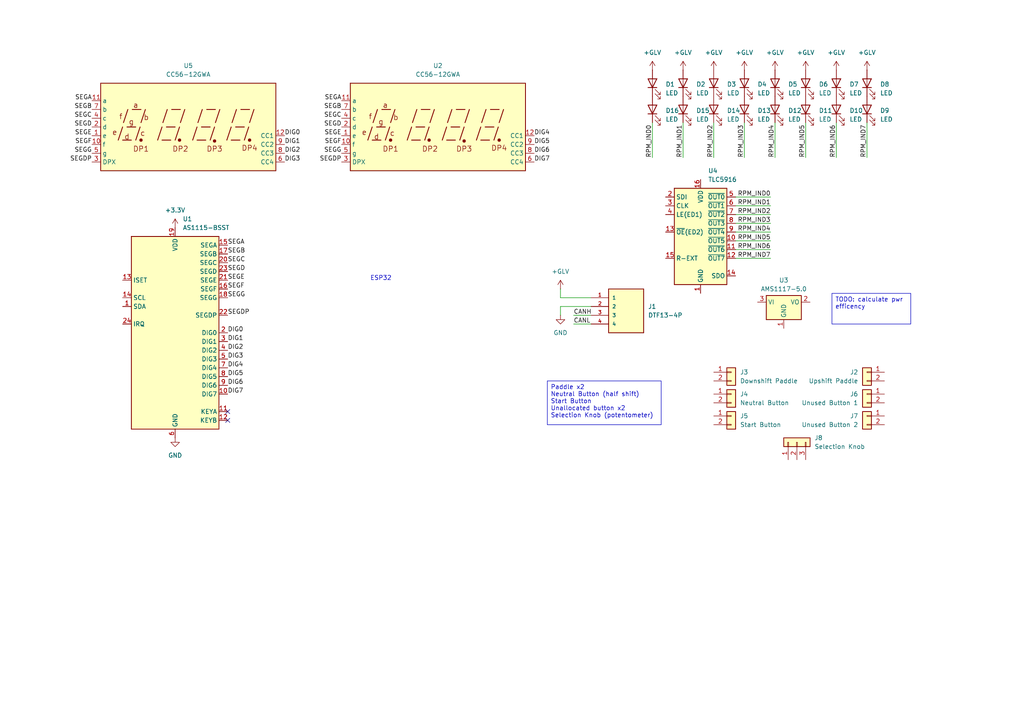
<source format=kicad_sch>
(kicad_sch (version 20231120) (generator "eeschema") (generator_version "8.0")
  (paper "A4")
  (lib_symbols
    (symbol "Connector_Generic:Conn_01x02" (pin_names (offset 1.016) hide)
      (property "Reference" "J" (at 0 2.54 0))
      (property "Value" "Conn_01x02" (at 0 -5.08 0))
      (symbol "Conn_01x02_1_1"
        (rectangle (start -1.27 -2.413) (end 0 -2.667) (stroke (width 0.1524)))
        (rectangle (start -1.27 0.127) (end 0 -0.127) (stroke (width 0.1524)))
        (rectangle (start -1.27 1.27) (end 1.27 -3.81) (stroke (width 0.254)) (fill (type background)))
        (pin passive line (at -5.08 0 0) (length 3.81) (name "Pin_1") (number "1"))
        (pin passive line (at -5.08 -2.54 0) (length 3.81) (name "Pin_2") (number "2"))
      )
    )
    (symbol "Connector_Generic:Conn_01x03" (pin_names (offset 1.016) hide)
      (property "Reference" "J" (at 0 5.08 0))
      (property "Value" "Conn_01x03" (at 0 -5.08 0))
      (symbol "Conn_01x03_1_1"
        (rectangle (start -1.27 -2.413) (end 0 -2.667) (stroke (width 0.1524)))
        (rectangle (start -1.27 0.127) (end 0 -0.127) (stroke (width 0.1524)))
        (rectangle (start -1.27 2.667) (end 0 2.413) (stroke (width 0.1524)))
        (rectangle (start -1.27 3.81) (end 1.27 -3.81) (stroke (width 0.254)) (fill (type background)))
        (pin passive line (at -5.08 2.54 0) (length 3.81) (name "Pin_1") (number "1"))
        (pin passive line (at -5.08 0 0) (length 3.81) (name "Pin_2") (number "2"))
        (pin passive line (at -5.08 -2.54 0) (length 3.81) (name "Pin_3") (number "3"))
      )
    )
    (symbol "DTF13-4P:DTF13-4P" (pin_names (offset 1.016))
      (property "Reference" "J" (at -5.08 7.62 0))
      (property "Value" "DTF13-4P" (at -5.08 -12.7 0))
      (symbol "DTF13-4P_0_0"
        (rectangle (start -5.08 -7.62) (end 5.08 5.08) (stroke (width 0.254)) (fill (type background)))
        (pin passive line (at -10.16 2.54 0) (length 5.08) (name "1") (number "1"))
        (pin passive line (at -10.16 0 0) (length 5.08) (name "2") (number "2"))
        (pin passive line (at -10.16 -2.54 0) (length 5.08) (name "3") (number "3"))
        (pin passive line (at -10.16 -5.08 0) (length 5.08) (name "4") (number "4"))
      )
    )
    (symbol "Device:LED" (pin_numbers hide) (pin_names (offset 1.016) hide)
      (property "Reference" "D" (at 0 2.54 0))
      (property "Value" "LED" (at 0 -2.54 0))
      (symbol "LED_0_1"
        (polyline (pts (xy -1.27 -1.27) (xy -1.27 1.27)) (stroke (width 0.254)))
        (polyline (pts (xy -1.27 0) (xy 1.27 0)))
        (polyline (pts (xy 1.27 -1.27) (xy 1.27 1.27) (xy -1.27 0) (xy 1.27 -1.27)) (stroke (width 0.254)))
        (polyline (pts (xy -3.048 -0.762) (xy -4.572 -2.286) (xy -3.81 -2.286) (xy -4.572 -2.286) (xy -4.572 -1.524)))
        (polyline (pts (xy -1.778 -0.762) (xy -3.302 -2.286) (xy -2.54 -2.286) (xy -3.302 -2.286) (xy -3.302 -1.524)))
      )
      (symbol "LED_1_1"
        (pin passive line (at -3.81 0 0) (length 2.54) (name "K") (number "1"))
        (pin passive line (at 3.81 0 180) (length 2.54) (name "A") (number "2"))
      )
    )
    (symbol "Display_Character:CC56-12GWA"
      (property "Reference" "U" (at -24.13 13.97 0))
      (property "Value" "CC56-12GWA" (at 19.05 13.97 0))
      (symbol "CC56-12GWA_0_0"
        (rectangle (start -25.4 12.7) (end 25.4 -12.7) (stroke (width 0.254)) (fill (type background)))
        (polyline (pts (xy -20.32 -3.81) (xy -19.05 0)) (stroke (width 0.254)))
        (polyline (pts (xy -19.05 -3.81) (xy -16.51 -3.81)) (stroke (width 0.254)))
        (polyline (pts (xy -18.796 1.27) (xy -17.526 5.08)) (stroke (width 0.254)))
        (polyline (pts (xy -17.78 0) (xy -15.24 0)) (stroke (width 0.254)))
        (polyline (pts (xy -16.256 5.08) (xy -13.716 5.08)) (stroke (width 0.254)))
        (polyline (pts (xy -15.24 -3.81) (xy -13.97 0)) (stroke (width 0.254)))
        (polyline (pts (xy -13.716 1.27) (xy -12.446 5.08)) (stroke (width 0.254)))
        (polyline (pts (xy -8.89 -3.81) (xy -7.62 0)) (stroke (width 0.254)))
        (polyline (pts (xy -7.62 -3.81) (xy -5.08 -3.81)) (stroke (width 0.254)))
        (polyline (pts (xy -7.366 1.27) (xy -6.096 5.08)) (stroke (width 0.254)))
        (polyline (pts (xy -6.35 0) (xy -3.81 0)) (stroke (width 0.254)))
        (polyline (pts (xy -4.826 5.08) (xy -2.286 5.08)) (stroke (width 0.254)))
        (polyline (pts (xy -3.81 -3.81) (xy -2.54 0)) (stroke (width 0.254)))
        (polyline (pts (xy -2.286 1.27) (xy -1.016 5.08)) (stroke (width 0.254)))
        (polyline (pts (xy 1.27 -3.81) (xy 2.54 0)) (stroke (width 0.254)))
        (polyline (pts (xy 2.54 -3.81) (xy 5.08 -3.81)) (stroke (width 0.254)))
        (polyline (pts (xy 2.794 1.27) (xy 4.064 5.08)) (stroke (width 0.254)))
        (polyline (pts (xy 3.81 0) (xy 6.35 0)) (stroke (width 0.254)))
        (polyline (pts (xy 5.334 5.08) (xy 7.874 5.08)) (stroke (width 0.254)))
        (polyline (pts (xy 6.35 -3.81) (xy 7.62 0)) (stroke (width 0.254)))
        (polyline (pts (xy 7.874 1.27) (xy 9.144 5.08)) (stroke (width 0.254)))
        (polyline (pts (xy 11.176 -3.81) (xy 12.446 0)) (stroke (width 0.254)))
        (polyline (pts (xy 12.446 -3.81) (xy 14.986 -3.81)) (stroke (width 0.254)))
        (polyline (pts (xy 12.7 1.27) (xy 13.97 5.08)) (stroke (width 0.254)))
        (polyline (pts (xy 13.716 0) (xy 16.256 0)) (stroke (width 0.254)))
        (polyline (pts (xy 15.24 5.08) (xy 17.78 5.08)) (stroke (width 0.254)))
        (polyline (pts (xy 16.256 -3.81) (xy 17.526 0)) (stroke (width 0.254)))
        (polyline (pts (xy 17.78 1.27) (xy 19.05 5.08)) (stroke (width 0.254)))
        (text "a" (at -15.24 6.35 0) (effects (font (size 1.524 1.524))))
        (text "b" (at -12.192 2.794 0) (effects (font (size 1.524 1.524))))
        (text "c" (at -13.208 -1.778 0) (effects (font (size 1.524 1.524))))
        (text "d" (at -17.78 -2.794 0) (effects (font (size 1.524 1.524))))
        (text "DP1" (at -13.716 -6.35 0) (effects (font (size 1.524 1.524))))
        (text "DP2" (at -2.286 -6.35 0) (effects (font (size 1.524 1.524))))
        (text "DP3" (at 7.62 -6.35 0) (effects (font (size 1.524 1.524))))
        (text "DP4" (at 17.78 -6.096 0) (effects (font (size 1.524 1.524))))
        (text "e" (at -21.336 -1.524 0) (effects (font (size 1.524 1.524))))
        (text "f" (at -19.558 3.048 0) (effects (font (size 1.524 1.524))))
        (text "g" (at -16.51 1.524 0) (effects (font (size 1.524 1.524))))
      )
      (symbol "CC56-12GWA_0_1"
        (circle (center -13.716 -3.81) (radius 0.3556) (stroke (width 0.254)) (fill (type outline)))
        (circle (center -2.54 -3.81) (radius 0.3556) (stroke (width 0.254)) (fill (type outline)))
      )
      (symbol "CC56-12GWA_1_0"
        (circle (center 7.62 -4.064) (radius 0.3556) (stroke (width 0.254)) (fill (type outline)))
        (circle (center 17.78 -3.81) (radius 0.3556) (stroke (width 0.254)) (fill (type outline)))
      )
      (symbol "CC56-12GWA_1_1"
        (pin input line (at -27.94 -2.54 0) (length 2.54) (name "e") (number "1"))
        (pin input line (at -27.94 -5.08 0) (length 2.54) (name "f") (number "10"))
        (pin input line (at -27.94 7.62 0) (length 2.54) (name "a") (number "11"))
        (pin input line (at 27.94 -2.54 180) (length 2.54) (name "CC1") (number "12"))
        (pin input line (at -27.94 0 0) (length 2.54) (name "d") (number "2"))
        (pin input line (at -27.94 -10.16 0) (length 2.54) (name "DPX") (number "3"))
        (pin input line (at -27.94 2.54 0) (length 2.54) (name "c") (number "4"))
        (pin input line (at -27.94 -7.62 0) (length 2.54) (name "g") (number "5"))
        (pin input line (at 27.94 -10.16 180) (length 2.54) (name "CC4") (number "6"))
        (pin input line (at -27.94 5.08 0) (length 2.54) (name "b") (number "7"))
        (pin input line (at 27.94 -7.62 180) (length 2.54) (name "CC3") (number "8"))
        (pin input line (at 27.94 -5.08 180) (length 2.54) (name "CC2") (number "9"))
      )
    )
    (symbol "Driver_LED:TLC5916"
      (property "Reference" "U" (at -7.62 13.97 0))
      (property "Value" "TLC5916" (at -7.62 -16.51 0))
      (symbol "TLC5916_1_0"
        (pin power_in line (at 0 -17.78 90) (length 2.54) (name "GND") (number "1"))
        (pin open_collector line (at 10.16 -2.54 180) (length 2.54) (name "~{OUT5}") (number "10"))
        (pin open_collector line (at 10.16 -5.08 180) (length 2.54) (name "~{OUT6}") (number "11"))
        (pin open_collector line (at 10.16 -7.62 180) (length 2.54) (name "~{OUT7}") (number "12"))
        (pin passive line (at -10.16 0 0) (length 2.54) (name "~{OE}(ED2)") (number "13"))
        (pin output line (at 10.16 -12.7 180) (length 2.54) (name "SDO") (number "14"))
        (pin input line (at -10.16 -7.62 0) (length 2.54) (name "R-EXT") (number "15"))
        (pin power_in line (at 0 15.24 270) (length 2.54) (name "VDD") (number "16"))
        (pin input line (at -10.16 10.16 0) (length 2.54) (name "SDI") (number "2"))
        (pin input line (at -10.16 7.62 0) (length 2.54) (name "CLK") (number "3"))
        (pin passive line (at -10.16 5.08 0) (length 2.54) (name "LE(ED1)") (number "4"))
        (pin open_collector line (at 10.16 10.16 180) (length 2.54) (name "~{OUT0}") (number "5"))
        (pin open_collector line (at 10.16 7.62 180) (length 2.54) (name "~{OUT1}") (number "6"))
        (pin open_collector line (at 10.16 5.08 180) (length 2.54) (name "~{OUT2}") (number "7"))
        (pin open_collector line (at 10.16 2.54 180) (length 2.54) (name "~{OUT3}") (number "8"))
        (pin open_collector line (at 10.16 0 180) (length 2.54) (name "~{OUT4}") (number "9"))
      )
      (symbol "TLC5916_1_1"
        (rectangle (start -7.62 12.7) (end 7.62 -15.24) (stroke (width 0.254)) (fill (type background)))
      )
    )
    (symbol "Interface_Expansion:AS1115-BSST"
      (property "Reference" "U" (at -10.16 29.21 0))
      (property "Value" "AS1115-BSST" (at 2.54 29.21 0))
      (symbol "AS1115-BSST_0_1"
        (rectangle (start -12.7 27.94) (end 12.7 -27.94) (stroke (width 0.254)) (fill (type background)))
      )
      (symbol "AS1115-BSST_1_1"
        (pin bidirectional line (at -15.24 7.62 0) (length 2.54) (name "SDA") (number "1"))
        (pin open_collector line (at 15.24 -17.78 180) (length 2.54) (name "DIG7") (number "10"))
        (pin open_collector line (at 15.24 -22.86 180) (length 2.54) (name "KEYA") (number "11"))
        (pin open_collector line (at 15.24 -25.4 180) (length 2.54) (name "KEYB") (number "12"))
        (pin passive line (at -15.24 15.24 0) (length 2.54) (name "ISET") (number "13"))
        (pin input line (at -15.24 10.16 0) (length 2.54) (name "SCL") (number "14"))
        (pin output line (at 15.24 25.4 180) (length 2.54) (name "SEGA") (number "15"))
        (pin output line (at 15.24 12.7 180) (length 2.54) (name "SEGF") (number "16"))
        (pin output line (at 15.24 22.86 180) (length 2.54) (name "SEGB") (number "17"))
        (pin output line (at 15.24 10.16 180) (length 2.54) (name "SEGG") (number "18"))
        (pin power_in line (at 0 30.48 270) (length 2.54) (name "VDD") (number "19"))
        (pin open_collector line (at 15.24 0 180) (length 2.54) (name "DIG0") (number "2"))
        (pin output line (at 15.24 20.32 180) (length 2.54) (name "SEGC") (number "20"))
        (pin output line (at 15.24 15.24 180) (length 2.54) (name "SEGE") (number "21"))
        (pin output line (at 15.24 5.08 180) (length 2.54) (name "SEGDP") (number "22"))
        (pin output line (at 15.24 17.78 180) (length 2.54) (name "SEGD") (number "23"))
        (pin open_collector line (at -15.24 2.54 0) (length 2.54) (name "IRQ") (number "24"))
        (pin open_collector line (at 15.24 -2.54 180) (length 2.54) (name "DIG1") (number "3"))
        (pin open_collector line (at 15.24 -5.08 180) (length 2.54) (name "DIG2") (number "4"))
        (pin open_collector line (at 15.24 -7.62 180) (length 2.54) (name "DIG3") (number "5"))
        (pin power_in line (at 0 -30.48 90) (length 2.54) (name "GND") (number "6"))
        (pin open_collector line (at 15.24 -10.16 180) (length 2.54) (name "DIG4") (number "7"))
        (pin open_collector line (at 15.24 -12.7 180) (length 2.54) (name "DIG5") (number "8"))
        (pin open_collector line (at 15.24 -15.24 180) (length 2.54) (name "DIG6") (number "9"))
      )
    )
    (symbol "Regulator_Linear:AMS1117-5.0"
      (property "Reference" "U" (at -3.81 3.175 0))
      (property "Value" "AMS1117-5.0" (at 0 3.175 0))
      (symbol "AMS1117-5.0_0_1"
        (rectangle (start -5.08 -5.08) (end 5.08 1.905) (stroke (width 0.254)) (fill (type background)))
      )
      (symbol "AMS1117-5.0_1_1"
        (pin power_in line (at 0 -7.62 90) (length 2.54) (name "GND") (number "1"))
        (pin power_out line (at 7.62 0 180) (length 2.54) (name "VO") (number "2"))
        (pin power_in line (at -7.62 0 0) (length 2.54) (name "VI") (number "3"))
      )
    )
    (symbol "power:+3.3V" (power) (pin_numbers hide) (pin_names (offset 0) hide)
      (property "Value" "+3.3V" (at 0 3.556 0))
      (symbol "+3.3V_0_1"
        (polyline (pts (xy -0.762 1.27) (xy 0 2.54)))
        (polyline (pts (xy 0 0) (xy 0 2.54)))
        (polyline (pts (xy 0 2.54) (xy 0.762 1.27)))
      )
      (symbol "+3.3V_1_1"
        (pin power_in line (at 0 0 90) (length 0) (name "~") (number "1"))
      )
    )
    (symbol "power:GND" (power) (pin_numbers hide) (pin_names (offset 0) hide)
      (property "Value" "GND" (at 0 -3.81 0))
      (symbol "GND_0_1"
        (polyline (pts (xy 0 0) (xy 0 -1.27) (xy 1.27 -1.27) (xy 0 -2.54) (xy -1.27 -1.27) (xy 0 -1.27)))
      )
      (symbol "GND_1_1"
        (pin power_in line (at 0 0 270) (length 0) (name "~") (number "1"))
      )
    )
  )
  (no_connect (at 66.04 121.92))
  (no_connect (at 66.04 119.38))
  (wire (pts (xy 162.56 88.9) (xy 171.45 88.9)))
  (wire (pts (xy 224.79 45.72) (xy 224.79 35.56)))
  (wire (pts (xy 223.52 74.93) (xy 213.36 74.93)))
  (wire (pts (xy 207.01 45.72) (xy 207.01 35.56)))
  (wire (pts (xy 223.52 59.69) (xy 213.36 59.69)))
  (wire (pts (xy 242.57 45.72) (xy 242.57 35.56)))
  (wire (pts (xy 189.23 45.72) (xy 189.23 35.56)))
  (wire (pts (xy 198.12 45.72) (xy 198.12 35.56)))
  (wire (pts (xy 223.52 67.31) (xy 213.36 67.31)))
  (wire (pts (xy 223.52 64.77) (xy 213.36 64.77)))
  (wire (pts (xy 166.37 91.44) (xy 171.45 91.44)))
  (wire (pts (xy 223.52 62.23) (xy 213.36 62.23)))
  (wire (pts (xy 162.56 91.44) (xy 162.56 88.9)))
  (wire (pts (xy 223.52 69.85) (xy 213.36 69.85)))
  (wire (pts (xy 162.56 86.36) (xy 171.45 86.36)))
  (wire (pts (xy 162.56 83.82) (xy 162.56 86.36)))
  (wire (pts (xy 223.52 72.39) (xy 213.36 72.39)))
  (wire (pts (xy 215.9 45.72) (xy 215.9 35.56)))
  (wire (pts (xy 166.37 93.98) (xy 171.45 93.98)))
  (wire (pts (xy 223.52 57.15) (xy 213.36 57.15)))
  (wire (pts (xy 233.68 45.72) (xy 233.68 35.56)))
  (wire (pts (xy 251.46 45.72) (xy 251.46 35.56)))
  (text_box "Paddle x2\nNeutral Button (half shift)\nStart Button\nUnallocated button x2\nSelection Knob (potentometer)" (at 158.75 110.49 0) (size 33.02 12.7) (effects (font (size 1.27 1.27)) (justify left top)))
  (text_box "TODO: calculate pwr efficency\n" (at 241.3 85.09 0) (size 22.86 8.89) (effects (font (size 1.27 1.27)) (justify left top)))
  (text "ESP32" (at 110.49 80.772 0) (effects (font (size 1.27 1.27))))
  (label "RPM_IND1" (at 198.12 45.72 90))
  (label "DIG6" (at 154.94 44.45 0))
  (label "CANH" (at 166.37 91.44 0))
  (label "RPM_IND6" (at 223.52 72.39 180))
  (label "SEGG" (at 99.06 44.45 180))
  (label "SEGC" (at 26.67 34.29 180))
  (label "SEGD" (at 99.06 36.83 180))
  (label "RPM_IND3" (at 215.9 45.72 90))
  (label "RPM_IND4" (at 224.79 45.72 90))
  (label "DIG1" (at 66.04 99.06 0))
  (label "RPM_IND5" (at 223.52 69.85 180))
  (label "RPM_IND2" (at 207.01 45.72 90))
  (label "SEGG" (at 66.04 86.36 0))
  (label "SEGG" (at 26.67 44.45 180))
  (label "SEGC" (at 99.06 34.29 180))
  (label "SEGDP" (at 26.67 46.99 180))
  (label "CANL" (at 166.37 93.98 0))
  (label "SEGD" (at 66.04 78.74 0))
  (label "SEGB" (at 66.04 73.66 0))
  (label "RPM_IND1" (at 223.52 59.69 180))
  (label "SEGB" (at 26.67 31.75 180))
  (label "DIG7" (at 66.04 114.3 0))
  (label "RPM_IND5" (at 233.68 45.72 90))
  (label "RPM_IND7" (at 223.52 74.93 180))
  (label "SEGDP" (at 99.06 46.99 180))
  (label "RPM_IND0" (at 189.23 45.72 90))
  (label "DIG0" (at 66.04 96.52 0))
  (label "DIG2" (at 66.04 101.6 0))
  (label "DIG0" (at 82.55 39.37 0))
  (label "SEGE" (at 26.67 39.37 180))
  (label "DIG6" (at 66.04 111.76 0))
  (label "DIG5" (at 154.94 41.91 0))
  (label "RPM_IND3" (at 223.52 64.77 180))
  (label "DIG2" (at 82.55 44.45 0))
  (label "DIG3" (at 66.04 104.14 0))
  (label "DIG3" (at 82.55 46.99 0))
  (label "SEGF" (at 99.06 41.91 180))
  (label "SEGF" (at 66.04 83.82 0))
  (label "SEGB" (at 99.06 31.75 180))
  (label "SEGA" (at 26.67 29.21 180))
  (label "SEGC" (at 66.04 76.2 0))
  (label "RPM_IND7" (at 251.46 45.72 90))
  (label "RPM_IND0" (at 223.52 57.15 180))
  (label "RPM_IND6" (at 242.57 45.72 90))
  (label "RPM_IND4" (at 223.52 67.31 180))
  (label "SEGDP" (at 66.04 91.44 0))
  (label "SEGF" (at 26.67 41.91 180))
  (label "SEGA" (at 99.06 29.21 180))
  (label "RPM_IND2" (at 223.52 62.23 180))
  (label "DIG1" (at 82.55 41.91 0))
  (label "SEGA" (at 66.04 71.12 0))
  (label "SEGE" (at 66.04 81.28 0))
  (label "SEGD" (at 26.67 36.83 180))
  (label "SEGE" (at 99.06 39.37 180))
  (label "DIG7" (at 154.94 46.99 0))
  (label "DIG4" (at 154.94 39.37 0))
  (label "DIG5" (at 66.04 109.22 0))
  (label "DIG4" (at 66.04 106.68 0))
  (symbol (lib_id "Device:LED") (at 233.68 24.13 90) (unit 1)
    (property "Reference" "D6" (at 237.49 24.4474 90) (effects (justify right)))
    (property "Value" "LED" (at 237.49 26.9874 90) (effects (justify right)))
    (property "Footprint" "LED_SMD:LED_1206_3216Metric" (effects (hide yes)))
    (property "Description" "Light emitting diode" (effects (hide yes)))
  )
  (symbol (lib_id "Connector_Generic:Conn_01x02") (at 251.46 120.65 0) (mirror y) (unit 1)
    (property "Reference" "J7" (at 248.92 120.6499 0) (effects (justify left)))
    (property "Value" "Unused Button 2" (at 248.92 123.1899 0) (effects (justify left)))
    (property "Footprint" "Connector_PinHeader_1.00mm:PinHeader_1x02_P1.00mm_Vertical" (effects (hide yes)))
    (property "Description" "Generic connector, single row, 01x02, script generated (kicad-library-utils/schlib/autogen/connector/)" (effects (hide yes)))
  )
  (symbol (lib_id "power:+3.3V") (at 215.9 20.32 0) (unit 1)
    (property "Reference" "#PWR08" (effects (hide yes)))
    (property "Value" "+GLV" (at 215.9 15.24 0))
    (property "Description" "Power symbol creates a global label with name \"+3.3V\"" (effects (hide yes)))
  )
  (symbol (lib_id "Device:LED") (at 215.9 31.75 90) (unit 1)
    (property "Reference" "D13" (at 219.71 32.0674 90) (effects (justify right)))
    (property "Value" "LED" (at 219.71 34.6074 90) (effects (justify right)))
    (property "Footprint" "LED_SMD:LED_1206_3216Metric" (effects (hide yes)))
    (property "Description" "Light emitting diode" (effects (hide yes)))
  )
  (symbol (lib_id "Device:LED") (at 233.68 31.75 90) (unit 1)
    (property "Reference" "D11" (at 237.49 32.0674 90) (effects (justify right)))
    (property "Value" "LED" (at 237.49 34.6074 90) (effects (justify right)))
    (property "Footprint" "LED_SMD:LED_1206_3216Metric" (effects (hide yes)))
    (property "Description" "Light emitting diode" (effects (hide yes)))
  )
  (symbol (lib_id "Device:LED") (at 198.12 24.13 90) (unit 1)
    (property "Reference" "D2" (at 201.93 24.4474 90) (effects (justify right)))
    (property "Value" "LED" (at 201.93 26.9874 90) (effects (justify right)))
    (property "Footprint" "LED_SMD:LED_1206_3216Metric" (effects (hide yes)))
    (property "Description" "Light emitting diode" (effects (hide yes)))
  )
  (symbol (lib_id "power:GND") (at 50.8 127 0) (unit 1)
    (property "Reference" "#PWR01" (effects (hide yes)))
    (property "Value" "GND" (at 50.8 132.08 0))
    (property "Description" "Power symbol creates a global label with name \"GND\" , ground" (effects (hide yes)))
  )
  (symbol (lib_id "Regulator_Linear:AMS1117-5.0") (at 227.33 87.63 0) (unit 1)
    (property "Reference" "U3" (at 227.33 81.28 0))
    (property "Value" "AMS1117-5.0" (at 227.33 83.82 0))
    (property "Footprint" "Package_TO_SOT_SMD:TO-252-2" (effects (hide yes)))
    (property "Datasheet" "http://www.advanced-monolithic.com/pdf/ds1117.pdf" (effects (hide yes)))
    (property "Description" "1A Low Dropout regulator, positive, 5.0V fixed output, SOT-223" (effects (hide yes)))
  )
  (symbol (lib_id "Connector_Generic:Conn_01x02") (at 212.09 114.3 0) (unit 1)
    (property "Reference" "J4" (at 214.63 114.2999 0) (effects (justify left)))
    (property "Value" "Neutral Button" (at 214.63 116.8399 0) (effects (justify left)))
    (property "Footprint" "Connector_PinHeader_1.00mm:PinHeader_1x02_P1.00mm_Vertical" (effects (hide yes)))
    (property "Description" "Generic connector, single row, 01x02, script generated (kicad-library-utils/schlib/autogen/connector/)" (effects (hide yes)))
  )
  (symbol (lib_id "power:+3.3V") (at 189.23 20.32 0) (unit 1)
    (property "Reference" "#PWR05" (effects (hide yes)))
    (property "Value" "+GLV" (at 189.23 15.24 0))
    (property "Description" "Power symbol creates a global label with name \"+3.3V\"" (effects (hide yes)))
  )
  (symbol (lib_id "Connector_Generic:Conn_01x03") (at 231.14 128.27 90) (unit 1)
    (property "Reference" "J8" (at 236.22 126.9999 90) (effects (justify right)))
    (property "Value" "Selection Knob" (at 236.22 129.5399 90) (effects (justify right)))
    (property "Footprint" "Connector_PinHeader_1.00mm:PinHeader_1x03_P1.00mm_Vertical" (effects (hide yes)))
    (property "Description" "Generic connector, single row, 01x03, script generated (kicad-library-utils/schlib/autogen/connector/)" (effects (hide yes)))
  )
  (symbol (lib_id "power:+3.3V") (at 207.01 20.32 0) (unit 1)
    (property "Reference" "#PWR07" (effects (hide yes)))
    (property "Value" "+GLV" (at 207.01 15.24 0))
    (property "Description" "Power symbol creates a global label with name \"+3.3V\"" (effects (hide yes)))
  )
  (symbol (lib_id "Device:LED") (at 251.46 31.75 90) (unit 1)
    (property "Reference" "D9" (at 255.27 32.0674 90) (effects (justify right)))
    (property "Value" "LED" (at 255.27 34.6074 90) (effects (justify right)))
    (property "Footprint" "LED_SMD:LED_1206_3216Metric" (effects (hide yes)))
    (property "Description" "Light emitting diode" (effects (hide yes)))
  )
  (symbol (lib_id "Device:LED") (at 242.57 31.75 90) (unit 1)
    (property "Reference" "D10" (at 246.38 32.0674 90) (effects (justify right)))
    (property "Value" "LED" (at 246.38 34.6074 90) (effects (justify right)))
    (property "Footprint" "LED_SMD:LED_1206_3216Metric" (effects (hide yes)))
    (property "Description" "Light emitting diode" (effects (hide yes)))
  )
  (symbol (lib_id "Device:LED") (at 215.9 24.13 90) (unit 1)
    (property "Reference" "D4" (at 219.71 24.4474 90) (effects (justify right)))
    (property "Value" "LED" (at 219.71 26.9874 90) (effects (justify right)))
    (property "Footprint" "LED_SMD:LED_1206_3216Metric" (effects (hide yes)))
    (property "Description" "Light emitting diode" (effects (hide yes)))
  )
  (symbol (lib_id "Device:LED") (at 189.23 24.13 90) (unit 1)
    (property "Reference" "D1" (at 193.04 24.4474 90) (effects (justify right)))
    (property "Value" "LED" (at 193.04 26.9874 90) (effects (justify right)))
    (property "Footprint" "LED_SMD:LED_1206_3216Metric" (effects (hide yes)))
    (property "Description" "Light emitting diode" (effects (hide yes)))
  )
  (symbol (lib_id "Device:LED") (at 224.79 24.13 90) (unit 1)
    (property "Reference" "D5" (at 228.6 24.4474 90) (effects (justify right)))
    (property "Value" "LED" (at 228.6 26.9874 90) (effects (justify right)))
    (property "Footprint" "LED_SMD:LED_1206_3216Metric" (effects (hide yes)))
    (property "Description" "Light emitting diode" (effects (hide yes)))
  )
  (symbol (lib_id "Device:LED") (at 207.01 24.13 90) (unit 1)
    (property "Reference" "D3" (at 210.82 24.4474 90) (effects (justify right)))
    (property "Value" "LED" (at 210.82 26.9874 90) (effects (justify right)))
    (property "Footprint" "LED_SMD:LED_1206_3216Metric" (effects (hide yes)))
    (property "Description" "Light emitting diode" (effects (hide yes)))
  )
  (symbol (lib_id "power:+3.3V") (at 224.79 20.32 0) (unit 1)
    (property "Reference" "#PWR09" (effects (hide yes)))
    (property "Value" "+GLV" (at 224.79 15.24 0))
    (property "Description" "Power symbol creates a global label with name \"+3.3V\"" (effects (hide yes)))
  )
  (symbol (lib_id "power:+3.3V") (at 242.57 20.32 0) (unit 1)
    (property "Reference" "#PWR011" (effects (hide yes)))
    (property "Value" "+GLV" (at 242.57 15.24 0))
    (property "Description" "Power symbol creates a global label with name \"+3.3V\"" (effects (hide yes)))
  )
  (symbol (lib_id "power:GND") (at 162.56 91.44 0) (unit 1)
    (property "Reference" "#PWR04" (effects (hide yes)))
    (property "Value" "GND" (at 162.56 96.52 0))
    (property "Description" "Power symbol creates a global label with name \"GND\" , ground" (effects (hide yes)))
  )
  (symbol (lib_id "Device:LED") (at 224.79 31.75 90) (unit 1)
    (property "Reference" "D12" (at 228.6 32.0674 90) (effects (justify right)))
    (property "Value" "LED" (at 228.6 34.6074 90) (effects (justify right)))
    (property "Footprint" "LED_SMD:LED_1206_3216Metric" (effects (hide yes)))
    (property "Description" "Light emitting diode" (effects (hide yes)))
  )
  (symbol (lib_id "power:+3.3V") (at 198.12 20.32 0) (unit 1)
    (property "Reference" "#PWR06" (effects (hide yes)))
    (property "Value" "+GLV" (at 198.12 15.24 0))
    (property "Description" "Power symbol creates a global label with name \"+3.3V\"" (effects (hide yes)))
  )
  (symbol (lib_id "power:+3.3V") (at 50.8 66.04 0) (unit 1)
    (property "Reference" "#PWR02" (effects (hide yes)))
    (property "Value" "+3.3V" (at 50.8 60.96 0))
    (property "Description" "Power symbol creates a global label with name \"+3.3V\"" (effects (hide yes)))
  )
  (symbol (lib_id "Connector_Generic:Conn_01x02") (at 251.46 107.95 0) (mirror y) (unit 1)
    (property "Reference" "J2" (at 248.92 107.9499 0) (effects (justify left)))
    (property "Value" "Upshift Paddle" (at 248.92 110.4899 0) (effects (justify left)))
    (property "Footprint" "Connector_PinHeader_1.00mm:PinHeader_1x02_P1.00mm_Vertical" (effects (hide yes)))
    (property "Description" "Generic connector, single row, 01x02, script generated (kicad-library-utils/schlib/autogen/connector/)" (effects (hide yes)))
  )
  (symbol (lib_id "Interface_Expansion:AS1115-BSST") (at 50.8 96.52 0) (unit 1)
    (property "Reference" "U1" (at 52.9941 63.5 0) (effects (justify left)))
    (property "Value" "AS1115-BSST" (at 52.9941 66.04 0) (effects (justify left)))
    (property "Footprint" "Package_SO:QSOP-24_3.9x8.7mm_P0.635mm" (effects (hide yes)))
    (property "Datasheet" "https://ams.com/documents/20143/36005/AS1115_DS000206_1-00.pdf/3d3e6d35-b184-1329-adf9-2d769eb2404f" (effects (hide yes)))
    (property "Description" "64 LEDs, I2C Interfaced LED Driver with Keyscan, QSOP-24" (effects (hide yes)))
  )
  (symbol (lib_id "Display_Character:CC56-12GWA") (at 127 36.83 0) (unit 1)
    (property "Reference" "U2" (at 127 19.05 0))
    (property "Value" "CC56-12GWA" (at 127 21.59 0))
    (property "Footprint" "Display_7Segment:CC56-12GWA" (effects (hide yes)))
    (property "Datasheet" "http://www.kingbrightusa.com/images/catalog/SPEC/CC56-12GWA.pdf" (effects (hide yes)))
    (property "Description" "4 digit 7 segment green LED, common cathode" (effects (hide yes)))
  )
  (symbol (lib_id "power:+3.3V") (at 233.68 20.32 0) (unit 1)
    (property "Reference" "#PWR010" (effects (hide yes)))
    (property "Value" "+GLV" (at 233.68 15.24 0))
    (property "Description" "Power symbol creates a global label with name \"+3.3V\"" (effects (hide yes)))
  )
  (symbol (lib_id "power:+3.3V") (at 251.46 20.32 0) (unit 1)
    (property "Reference" "#PWR012" (effects (hide yes)))
    (property "Value" "+GLV" (at 251.46 15.24 0))
    (property "Description" "Power symbol creates a global label with name \"+3.3V\"" (effects (hide yes)))
  )
  (symbol (lib_id "Device:LED") (at 198.12 31.75 90) (unit 1)
    (property "Reference" "D15" (at 201.93 32.0674 90) (effects (justify right)))
    (property "Value" "LED" (at 201.93 34.6074 90) (effects (justify right)))
    (property "Footprint" "LED_SMD:LED_1206_3216Metric" (effects (hide yes)))
    (property "Description" "Light emitting diode" (effects (hide yes)))
  )
  (symbol (lib_id "Driver_LED:TLC5916") (at 203.2 67.31 0) (unit 1)
    (property "Reference" "U4" (at 205.3941 49.53 0) (effects (justify left)))
    (property "Value" "TLC5916" (at 205.3941 52.07 0) (effects (justify left)))
    (property "Datasheet" "https://www.ti.com/lit/ds/symlink/tlc5916.pdf" (effects (hide yes)))
    (property "Description" "8-Channel Constant-Current LED Sink Driver" (effects (hide yes)))
  )
  (symbol (lib_id "Device:LED") (at 251.46 24.13 90) (unit 1)
    (property "Reference" "D8" (at 255.27 24.4474 90) (effects (justify right)))
    (property "Value" "LED" (at 255.27 26.9874 90) (effects (justify right)))
    (property "Footprint" "LED_SMD:LED_1206_3216Metric" (effects (hide yes)))
    (property "Description" "Light emitting diode" (effects (hide yes)))
  )
  (symbol (lib_id "Connector_Generic:Conn_01x02") (at 251.46 114.3 0) (mirror y) (unit 1)
    (property "Reference" "J6" (at 248.92 114.2999 0) (effects (justify left)))
    (property "Value" "Unused Button 1" (at 248.92 116.8399 0) (effects (justify left)))
    (property "Footprint" "Connector_PinHeader_1.00mm:PinHeader_1x02_P1.00mm_Vertical" (effects (hide yes)))
    (property "Description" "Generic connector, single row, 01x02, script generated (kicad-library-utils/schlib/autogen/connector/)" (effects (hide yes)))
  )
  (symbol (lib_id "Connector_Generic:Conn_01x02") (at 212.09 120.65 0) (unit 1)
    (property "Reference" "J5" (at 214.63 120.6499 0) (effects (justify left)))
    (property "Value" "Start Button" (at 214.63 123.1899 0) (effects (justify left)))
    (property "Footprint" "Connector_PinHeader_1.00mm:PinHeader_1x02_P1.00mm_Vertical" (effects (hide yes)))
    (property "Description" "Generic connector, single row, 01x02, script generated (kicad-library-utils/schlib/autogen/connector/)" (effects (hide yes)))
  )
  (symbol (lib_id "power:+3.3V") (at 162.56 83.82 0) (unit 1)
    (property "Reference" "#PWR03" (effects (hide yes)))
    (property "Value" "+GLV" (at 162.56 78.74 0))
    (property "Description" "Power symbol creates a global label with name \"+3.3V\"" (effects (hide yes)))
  )
  (symbol (lib_id "Device:LED") (at 207.01 31.75 90) (unit 1)
    (property "Reference" "D14" (at 210.82 32.0674 90) (effects (justify right)))
    (property "Value" "LED" (at 210.82 34.6074 90) (effects (justify right)))
    (property "Footprint" "LED_SMD:LED_1206_3216Metric" (effects (hide yes)))
    (property "Description" "Light emitting diode" (effects (hide yes)))
  )
  (symbol (lib_id "DTF13-4P:DTF13-4P") (at 181.61 88.9 0) (unit 1)
    (property "Reference" "J1" (at 187.96 88.8999 0) (effects (justify left)))
    (property "Value" "DTF13-4P" (at 187.96 91.4399 0) (effects (justify left)))
    (property "Footprint" "TE_DTF13-4P" (effects (hide yes)))
    (property "MPN" "DTF13-4P" (effects (hide yes)))
    (property "STANDARD" "Manufacturer recommendation" (effects (hide yes)))
    (property "PARTREV" "NC" (effects (hide yes)))
    (property "AVAILABILITY" "In stock" (effects (hide yes)))
  )
  (symbol (lib_id "Connector_Generic:Conn_01x02") (at 212.09 107.95 0) (unit 1)
    (property "Reference" "J3" (at 214.63 107.9499 0) (effects (justify left)))
    (property "Value" "Downshift Paddle" (at 214.63 110.4899 0) (effects (justify left)))
    (property "Footprint" "Connector_PinHeader_1.00mm:PinHeader_1x02_P1.00mm_Vertical" (effects (hide yes)))
    (property "Description" "Generic connector, single row, 01x02, script generated (kicad-library-utils/schlib/autogen/connector/)" (effects (hide yes)))
  )
  (symbol (lib_id "Device:LED") (at 189.23 31.75 90) (unit 1)
    (property "Reference" "D16" (at 193.04 32.0674 90) (effects (justify right)))
    (property "Value" "LED" (at 193.04 34.6074 90) (effects (justify right)))
    (property "Footprint" "LED_SMD:LED_1206_3216Metric" (effects (hide yes)))
    (property "Description" "Light emitting diode" (effects (hide yes)))
  )
  (symbol (lib_id "Display_Character:CC56-12GWA") (at 54.61 36.83 0) (unit 1)
    (property "Reference" "U5" (at 54.61 19.05 0))
    (property "Value" "CC56-12GWA" (at 54.61 21.59 0))
    (property "Footprint" "Display_7Segment:CC56-12GWA" (effects (hide yes)))
    (property "Datasheet" "http://www.kingbrightusa.com/images/catalog/SPEC/CC56-12GWA.pdf" (effects (hide yes)))
    (property "Description" "4 digit 7 segment green LED, common cathode" (effects (hide yes)))
  )
  (symbol (lib_id "Device:LED") (at 242.57 24.13 90) (unit 1)
    (property "Reference" "D7" (at 246.38 24.4474 90) (effects (justify right)))
    (property "Value" "LED" (at 246.38 26.9874 90) (effects (justify right)))
    (property "Footprint" "LED_SMD:LED_1206_3216Metric" (effects (hide yes)))
    (property "Description" "Light emitting diode" (effects (hide yes)))
  )
)
</source>
